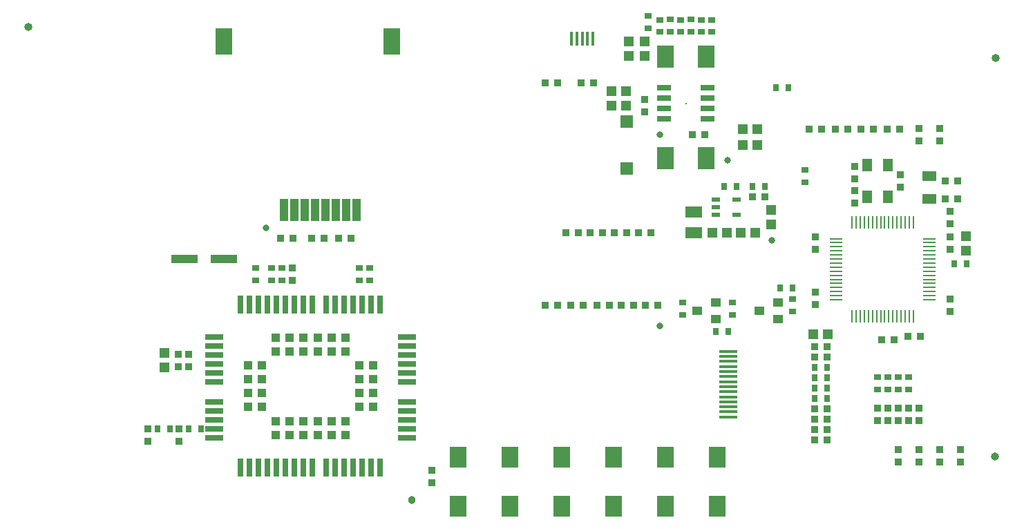
<source format=gtp>
%FSLAX25Y25*%
%MOIN*%
G70*
G01*
G75*
G04 Layer_Color=8421504*
%ADD10R,0.03500X0.03200*%
%ADD11R,0.03200X0.03000*%
%ADD12R,0.04500X0.05000*%
%ADD13R,0.05000X0.04500*%
%ADD14R,0.03200X0.03500*%
%ADD15R,0.03000X0.03200*%
%ADD16C,0.03200*%
%ADD17R,0.08200X0.11000*%
%ADD18R,0.07000X0.02500*%
%ADD19C,0.01000*%
%ADD20R,0.04000X0.02000*%
%ADD21R,0.08000X0.05500*%
%ADD22R,0.05000X0.04000*%
%ADD23R,0.04500X0.06000*%
%ADD24R,0.07000X0.05000*%
%ADD25R,0.06000X0.06000*%
%ADD26R,0.08500X0.01200*%
%ADD27R,0.08000X0.10000*%
%ADD28R,0.09000X0.03000*%
%ADD29R,0.03000X0.09000*%
%ADD30R,0.04000X0.04000*%
%ADD31R,0.13000X0.04000*%
%ADD32C,0.04000*%
%ADD33R,0.08000X0.13000*%
%ADD34R,0.04000X0.11000*%
%ADD35R,0.01600X0.07000*%
%ADD36R,0.06000X0.01000*%
%ADD37R,0.01000X0.06000*%
%ADD38C,0.02000*%
%ADD39C,0.01500*%
%ADD40C,0.00600*%
%ADD41C,0.03000*%
%ADD42C,0.02500*%
%ADD43C,0.01000*%
%ADD44C,0.01200*%
%ADD45C,0.02400*%
%ADD46C,0.03500*%
%ADD47C,0.13000*%
%ADD48R,0.05500X0.05500*%
%ADD49C,0.05500*%
%ADD50C,0.06000*%
%ADD51R,0.07000X0.07000*%
%ADD52C,0.07000*%
%ADD53O,0.03000X0.06000*%
%ADD54C,0.02400*%
%ADD55C,0.03937*%
%ADD56C,0.00500*%
%ADD57C,0.00800*%
%ADD58C,0.00200*%
%ADD59C,0.00787*%
%ADD60O,0.03937X0.03937*%
%ADD61C,0.03800*%
D10*
X914000Y317500D02*
D03*
X920000D02*
D03*
X662500Y370000D02*
D03*
X656500D02*
D03*
X920000Y272500D02*
D03*
X914000D02*
D03*
X838400Y337500D02*
D03*
X832400D02*
D03*
X920000Y277500D02*
D03*
X914000D02*
D03*
X920000Y282500D02*
D03*
X914000D02*
D03*
X890000Y390000D02*
D03*
X884000D02*
D03*
X920000Y312500D02*
D03*
X914000D02*
D03*
X920000Y287500D02*
D03*
X914000D02*
D03*
X807500Y445000D02*
D03*
X801500D02*
D03*
X690500Y370000D02*
D03*
X684500D02*
D03*
X677500D02*
D03*
X671500D02*
D03*
X861000Y420000D02*
D03*
X855000D02*
D03*
X790000Y445000D02*
D03*
X784000D02*
D03*
X965000Y322500D02*
D03*
X959000D02*
D03*
X983000Y397500D02*
D03*
X977000D02*
D03*
X983000Y389000D02*
D03*
X977000D02*
D03*
X790000Y337500D02*
D03*
X784000D02*
D03*
X823400Y372500D02*
D03*
X817400D02*
D03*
X800000D02*
D03*
X794000D02*
D03*
X815000Y337500D02*
D03*
X809000D02*
D03*
X826800D02*
D03*
X820800D02*
D03*
X811700Y372500D02*
D03*
X805700D02*
D03*
X835100D02*
D03*
X829100D02*
D03*
X802500Y337500D02*
D03*
X796500D02*
D03*
X917500Y422500D02*
D03*
X911500D02*
D03*
X930000D02*
D03*
X924000D02*
D03*
X942500D02*
D03*
X936500D02*
D03*
X952500Y321000D02*
D03*
X946500D02*
D03*
X955000Y422500D02*
D03*
X949000D02*
D03*
D11*
X864500Y475400D02*
D03*
Y469600D02*
D03*
X839500Y475400D02*
D03*
Y469600D02*
D03*
X859500Y475400D02*
D03*
Y469600D02*
D03*
X849500Y475400D02*
D03*
Y469600D02*
D03*
X833900Y477300D02*
D03*
Y471300D02*
D03*
X844500Y475500D02*
D03*
Y469500D02*
D03*
X959500Y303000D02*
D03*
Y297000D02*
D03*
X954500Y303000D02*
D03*
Y297000D02*
D03*
X949500Y303000D02*
D03*
Y297000D02*
D03*
X944500Y303000D02*
D03*
Y297000D02*
D03*
X644500Y355500D02*
D03*
Y349500D02*
D03*
X652000Y355500D02*
D03*
Y349500D02*
D03*
X657000Y355500D02*
D03*
Y349500D02*
D03*
X854500Y475500D02*
D03*
Y469500D02*
D03*
X694500Y355500D02*
D03*
Y349500D02*
D03*
X699500Y355500D02*
D03*
Y349500D02*
D03*
X909500Y403000D02*
D03*
Y397000D02*
D03*
X874500Y339000D02*
D03*
Y333000D02*
D03*
X850500Y339000D02*
D03*
Y333000D02*
D03*
X903500Y340500D02*
D03*
Y334500D02*
D03*
D12*
X871900Y372500D02*
D03*
X864900D02*
D03*
X885500D02*
D03*
X878500D02*
D03*
X823000Y441000D02*
D03*
X816000D02*
D03*
X886500Y422500D02*
D03*
X879500D02*
D03*
X920500Y323500D02*
D03*
X913500D02*
D03*
X886500Y415000D02*
D03*
X879500D02*
D03*
X823000Y434000D02*
D03*
X816000D02*
D03*
D13*
X824500Y465000D02*
D03*
Y458000D02*
D03*
X600400Y314500D02*
D03*
Y307500D02*
D03*
X987000Y371000D02*
D03*
Y364000D02*
D03*
X832000Y465000D02*
D03*
Y458000D02*
D03*
X893000Y383500D02*
D03*
Y376500D02*
D03*
D14*
X729500Y258000D02*
D03*
Y252000D02*
D03*
X662000Y355500D02*
D03*
Y349500D02*
D03*
X832200Y437000D02*
D03*
Y431000D02*
D03*
X607000Y314000D02*
D03*
Y308000D02*
D03*
X607500Y277831D02*
D03*
Y271831D02*
D03*
X612000Y314000D02*
D03*
Y308000D02*
D03*
X592500Y277831D02*
D03*
Y271831D02*
D03*
X944500Y288000D02*
D03*
Y282000D02*
D03*
X949500Y288000D02*
D03*
Y282000D02*
D03*
X954500Y288000D02*
D03*
Y282000D02*
D03*
X959500Y288000D02*
D03*
Y282000D02*
D03*
X964500Y288000D02*
D03*
Y282000D02*
D03*
X979500Y370500D02*
D03*
Y364500D02*
D03*
X914500Y344000D02*
D03*
Y338000D02*
D03*
X933500Y404600D02*
D03*
Y398600D02*
D03*
X914500Y370500D02*
D03*
Y364500D02*
D03*
X955500Y400500D02*
D03*
Y394500D02*
D03*
X933500Y393000D02*
D03*
Y387000D02*
D03*
X979500Y383000D02*
D03*
Y377000D02*
D03*
X964500Y423000D02*
D03*
Y417000D02*
D03*
X974500Y423000D02*
D03*
Y417000D02*
D03*
X984500Y268000D02*
D03*
Y262000D02*
D03*
X974500Y268000D02*
D03*
Y262000D02*
D03*
X964500Y268000D02*
D03*
Y262000D02*
D03*
X954500Y268000D02*
D03*
Y262000D02*
D03*
X979500Y340500D02*
D03*
Y334500D02*
D03*
D15*
X618000Y277831D02*
D03*
X612000D02*
D03*
X920000Y307500D02*
D03*
X914000D02*
D03*
X603000Y277831D02*
D03*
X597000D02*
D03*
X920000Y302500D02*
D03*
X914000D02*
D03*
X920000Y297500D02*
D03*
X914000D02*
D03*
X920000Y292500D02*
D03*
X914000D02*
D03*
X901500Y442500D02*
D03*
X895500D02*
D03*
X890000Y395000D02*
D03*
X884000D02*
D03*
X876500D02*
D03*
X870500D02*
D03*
X987500Y357500D02*
D03*
X981500D02*
D03*
X872500Y325000D02*
D03*
X866500D02*
D03*
X903500Y346000D02*
D03*
X897500D02*
D03*
D16*
X872000Y407500D02*
D03*
X893500Y369000D02*
D03*
X649500Y375000D02*
D03*
X839500Y327500D02*
D03*
Y420000D02*
D03*
D17*
X861850Y408500D02*
D03*
X842150D02*
D03*
X861850Y457500D02*
D03*
X842150D02*
D03*
D18*
X862500Y442500D02*
D03*
Y437500D02*
D03*
Y432500D02*
D03*
Y427500D02*
D03*
X841500Y442500D02*
D03*
Y437500D02*
D03*
Y432500D02*
D03*
Y427500D02*
D03*
D19*
X852000Y435000D02*
D03*
D20*
X876618Y388740D02*
D03*
Y381260D02*
D03*
X866382Y388740D02*
D03*
Y385000D02*
D03*
Y381260D02*
D03*
D21*
X855700Y382500D02*
D03*
Y372500D02*
D03*
D22*
X866500Y331000D02*
D03*
Y339000D02*
D03*
X857500Y335000D02*
D03*
X896500Y331000D02*
D03*
Y339000D02*
D03*
X887500Y335000D02*
D03*
D23*
X949400Y405200D02*
D03*
Y389800D02*
D03*
X939600Y405200D02*
D03*
Y389800D02*
D03*
D24*
X969500Y400000D02*
D03*
Y389000D02*
D03*
D25*
X823500Y426417D02*
D03*
Y403583D02*
D03*
D26*
X872504Y315401D02*
D03*
Y312960D02*
D03*
Y310519D02*
D03*
Y308078D02*
D03*
Y305637D02*
D03*
Y303196D02*
D03*
Y300756D02*
D03*
Y298314D02*
D03*
Y295874D02*
D03*
Y293433D02*
D03*
Y290992D02*
D03*
Y288551D02*
D03*
Y286110D02*
D03*
Y283669D02*
D03*
D27*
X742000Y240689D02*
D03*
Y264311D02*
D03*
X767000Y240689D02*
D03*
Y264311D02*
D03*
X792000Y240689D02*
D03*
Y264311D02*
D03*
X817000Y240689D02*
D03*
Y264311D02*
D03*
X842000Y240689D02*
D03*
Y264311D02*
D03*
X867000Y240689D02*
D03*
Y264311D02*
D03*
D28*
X717457Y322319D02*
D03*
Y317988D02*
D03*
Y313657D02*
D03*
Y309327D02*
D03*
Y304996D02*
D03*
Y300665D02*
D03*
Y290823D02*
D03*
Y286492D02*
D03*
Y282161D02*
D03*
Y277831D02*
D03*
Y273500D02*
D03*
X624543Y322319D02*
D03*
Y317988D02*
D03*
Y313657D02*
D03*
Y309327D02*
D03*
Y304996D02*
D03*
Y300665D02*
D03*
Y290823D02*
D03*
Y286492D02*
D03*
Y282161D02*
D03*
Y277831D02*
D03*
Y273500D02*
D03*
D29*
X704465Y259130D02*
D03*
Y337870D02*
D03*
X700134Y259130D02*
D03*
Y337870D02*
D03*
X695803Y259130D02*
D03*
Y337870D02*
D03*
X691472Y259130D02*
D03*
Y337870D02*
D03*
X687142Y259130D02*
D03*
Y337870D02*
D03*
X682811Y259130D02*
D03*
Y337870D02*
D03*
X678480Y259130D02*
D03*
Y337870D02*
D03*
X671787Y259130D02*
D03*
Y337870D02*
D03*
X667457Y259130D02*
D03*
Y337870D02*
D03*
X663126Y259130D02*
D03*
Y337870D02*
D03*
X658795Y259130D02*
D03*
Y337870D02*
D03*
X654465Y259130D02*
D03*
Y337870D02*
D03*
X650134Y259130D02*
D03*
Y337870D02*
D03*
X645803Y259130D02*
D03*
Y337870D02*
D03*
X641472Y259130D02*
D03*
Y337870D02*
D03*
X637142Y259130D02*
D03*
Y337870D02*
D03*
D30*
X701118Y308539D02*
D03*
Y301847D02*
D03*
Y295153D02*
D03*
Y288461D02*
D03*
X694425Y308539D02*
D03*
Y301847D02*
D03*
Y295153D02*
D03*
Y288461D02*
D03*
X687732Y321925D02*
D03*
Y315232D02*
D03*
Y281768D02*
D03*
Y275075D02*
D03*
X681039Y321925D02*
D03*
Y315232D02*
D03*
Y281768D02*
D03*
Y275075D02*
D03*
X674346Y321925D02*
D03*
Y315232D02*
D03*
Y281768D02*
D03*
Y275075D02*
D03*
X667654Y321925D02*
D03*
Y315232D02*
D03*
Y281768D02*
D03*
Y275075D02*
D03*
X660961Y321925D02*
D03*
Y315232D02*
D03*
Y281768D02*
D03*
Y275075D02*
D03*
X654268Y321925D02*
D03*
Y315232D02*
D03*
Y281768D02*
D03*
Y275075D02*
D03*
X647575Y308539D02*
D03*
Y301847D02*
D03*
Y295153D02*
D03*
Y288461D02*
D03*
X640882Y308539D02*
D03*
Y301847D02*
D03*
Y295153D02*
D03*
Y288461D02*
D03*
D31*
X610000Y360000D02*
D03*
X629000D02*
D03*
D33*
X710205Y464996D02*
D03*
X629299D02*
D03*
D34*
X693000Y383500D02*
D03*
X688000D02*
D03*
X683000D02*
D03*
X678000D02*
D03*
X673000D02*
D03*
X668000D02*
D03*
X663000D02*
D03*
X658000D02*
D03*
D35*
X807118Y466256D02*
D03*
X804559D02*
D03*
X802000D02*
D03*
X799441D02*
D03*
X796882D02*
D03*
D36*
X969638Y369764D02*
D03*
Y367795D02*
D03*
Y365827D02*
D03*
Y363858D02*
D03*
Y361890D02*
D03*
Y359921D02*
D03*
Y357953D02*
D03*
Y355984D02*
D03*
Y354016D02*
D03*
Y352047D02*
D03*
Y350079D02*
D03*
Y348110D02*
D03*
Y346142D02*
D03*
Y344173D02*
D03*
Y342205D02*
D03*
Y340236D02*
D03*
X924362Y369764D02*
D03*
Y367795D02*
D03*
Y365827D02*
D03*
Y363858D02*
D03*
Y361890D02*
D03*
Y359921D02*
D03*
Y357953D02*
D03*
Y355984D02*
D03*
Y354016D02*
D03*
Y352047D02*
D03*
Y350079D02*
D03*
Y348110D02*
D03*
Y346142D02*
D03*
Y344173D02*
D03*
Y342205D02*
D03*
Y340236D02*
D03*
D37*
X961764Y332362D02*
D03*
Y377638D02*
D03*
X959795Y332362D02*
D03*
Y377638D02*
D03*
X957827Y332362D02*
D03*
Y377638D02*
D03*
X955858Y332362D02*
D03*
Y377638D02*
D03*
X953890Y332362D02*
D03*
Y377638D02*
D03*
X951921Y332362D02*
D03*
Y377638D02*
D03*
X949953Y332362D02*
D03*
Y377638D02*
D03*
X947984Y332362D02*
D03*
Y377638D02*
D03*
X946016Y332362D02*
D03*
Y377638D02*
D03*
X944047Y332362D02*
D03*
Y377638D02*
D03*
X942079Y332362D02*
D03*
Y377638D02*
D03*
X940110Y332362D02*
D03*
Y377638D02*
D03*
X938142Y332362D02*
D03*
Y377638D02*
D03*
X936173Y332362D02*
D03*
Y377638D02*
D03*
X934205Y332362D02*
D03*
Y377638D02*
D03*
X932236Y332362D02*
D03*
Y377638D02*
D03*
D60*
X1001200Y264700D02*
D03*
X1001600Y457100D02*
D03*
X534900Y471800D02*
D03*
D61*
X719750Y243550D02*
D03*
M02*

</source>
